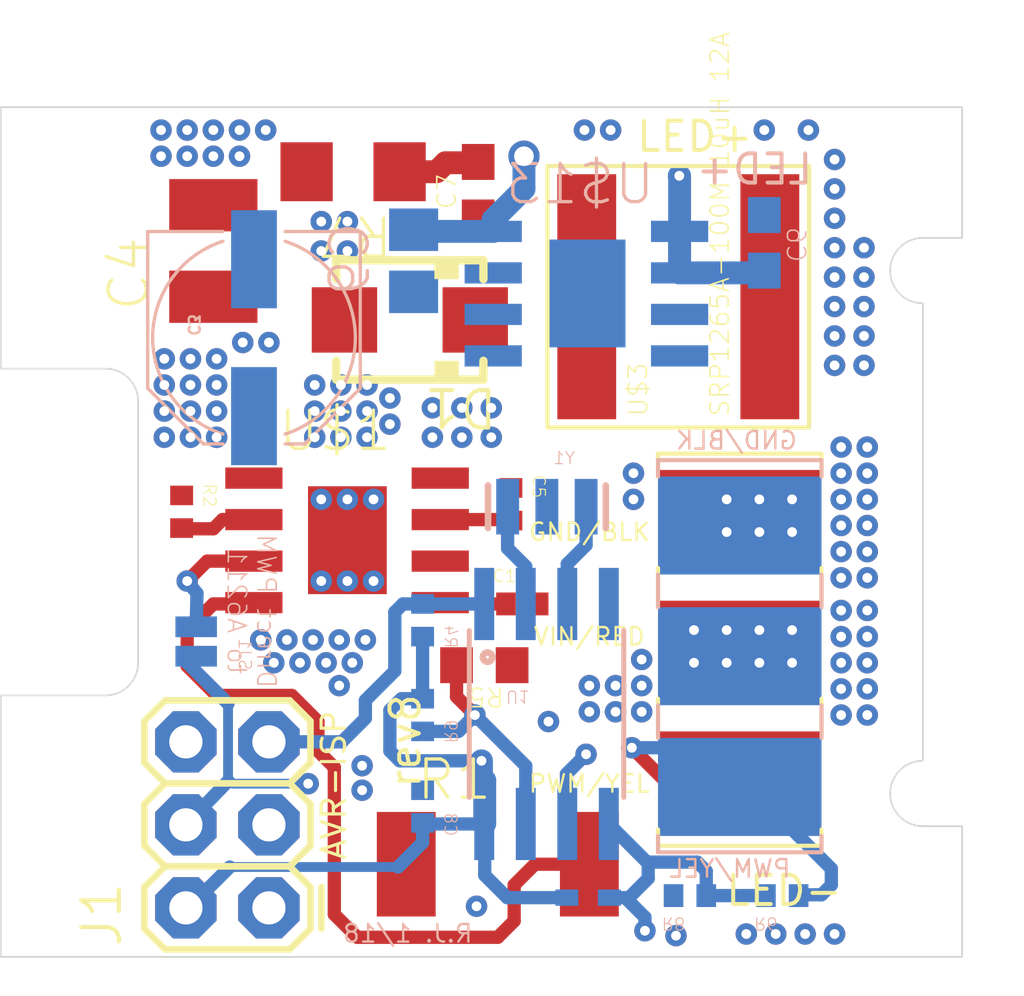
<source format=kicad_pcb>
(kicad_pcb (version 20241229) (generator "pcbnew") (generator_version "9.0")
  (layers (0 "F.Cu" signal) (4 "In1.Cu" signal) (6 "In2.Cu" signal) (2 "B.Cu" signal) (13 "F.Paste" user) (15 "B.Paste" user) (5 "F.SilkS" user "F.Silkscreen") (7 "B.SilkS" user "B.Silkscreen") (1 "F.Mask" user) (3 "B.Mask" user) (25 "Edge.Cuts" user))
  (net 0 "")
  (net 1 "GND")
  (net 2 "N$1")
  (net 3 "VIN")
  (net 4 "LED-PWM")
  (net 5 "N$4")
  (net 6 "N$5")
  (net 7 "LED+")
  (net 8 "LED-")
  (net 9 "SIGNAL")
  (net 10 "VCC")
  (net 11 "RESET")
  (net 12 "N$6")
  (net 13 "N$7")
  (net 14 "TEMP")
  (net 15 "VCC6211")
  (net 16 "SIGNAL_HV")
  (net 17 "N$2")
  (footprint "C1210" (layer "F.Cu") (at 140.3011 96.4036 90)
    (property "Reference" "C4" (at -1.905 -1.905 90) (layer "F.SilkS") (effects (font (size 1.1684 1.1684) (thickness 0.1016)) (justify left bottom)))
    (property "Value" "10uF 100V")
    (pad "1" smd rect (at -1.4 0 90) (size 1.6 2.7) (layers "F.Cu" "F.Mask" "F.Paste") (net 3 "VIN"))
    (pad "2" smd rect (at 1.4 0 90) (size 1.6 2.7) (layers "F.Cu" "F.Mask" "F.Paste") (net 1 "GND"))
  )
  (footprint "R1206" (layer "F.Cu") (at 144.5761 93.9786 180)
    (property "Reference" "R7" (at -1.27 -1.27 180) (layer "F.SilkS") (effects (font (size 1.1684 1.1684) (thickness 0.1016)) (justify left bottom)))
    (property "Value" "NP")
    (pad "1" smd rect (at -1.422 0 180) (size 1.6 1.803) (layers "F.Cu" "F.Mask" "F.Paste") (net 17 "N$2"))
    (pad "2" smd rect (at 1.422 0 180) (size 1.6 1.803) (layers "F.Cu" "F.Mask" "F.Paste") (net 1 "GND"))
  )
  (footprint "INDUCTOR-8040" (layer "F.Cu") (at 154.5211 97.8036)
    (property "Reference" "U$3" (at -0.9 3.7 90) (layer "F.SilkS") (effects (font (size 0.560832 0.560832) (thickness 0.048768)) (justify left bottom)))
    (property "Value" "SRP1265A-100M 10uH 12A" (at 1.6 3.7 90) (layer "F.SilkS") (effects (font (size 0.560832 0.560832) (thickness 0.048768)) (justify left bottom)))
    (fp_line (start -4 -4) (end 4 -4) (stroke (width 0.127)) (layer "F.SilkS"))
    (fp_line (start -4 4) (end -4 -4) (stroke (width 0.127)) (layer "F.SilkS"))
    (fp_line (start 4 -4) (end 4 4) (stroke (width 0.127)) (layer "F.SilkS"))
    (fp_line (start 4 4) (end -4 4) (stroke (width 0.127)) (layer "F.SilkS"))
    (pad "P$1" smd rect (at -2.8 0) (size 1.8 7.5) (layers "F.Cu" "F.Mask" "F.Paste") (net 6 "N$5"))
    (pad "P$2" smd rect (at 2.8 0) (size 1.8 7.5) (layers "F.Cu" "F.Mask" "F.Paste") (net 7 "LED+"))
  )
  (footprint "C0402" (layer "F.Cu") (at 149.4011 104.1536 -90)
    (property "Reference" "C5" (at -0.935 -0.635 270) (layer "F.SilkS") (effects (font (size 0.373888 0.373888) (thickness 0.032512)) (justify left bottom)))
    (property "Value" "0.1uF")
    (pad "1" smd rect (at -0.5 0 270) (size 0.6 0.7) (layers "F.Cu" "F.Mask" "F.Paste") (net 6 "N$5"))
    (pad "2" smd rect (at 0.5 0 270) (size 0.6 0.7) (layers "F.Cu" "F.Mask" "F.Paste") (net 5 "N$4"))
  )
  (footprint "SOIC8N-LJ" (layer "F.Cu") (at 144.4011 105.2536 -90)
    (property "Reference" "U$1" (at -2.662 2.165 0) (layer "F.SilkS") (effects (font (size 1.1684 1.1684) (thickness 0.1016)) (justify left bottom)))
    (property "Value" "A6211")
    (pad "1" smd rect (at -1.9 2.86 270) (size 0.65 1.75) (layers "F.Cu" "F.Mask" "F.Paste") (net 3 "VIN"))
    (pad "2" smd rect (at -0.63 2.86 270) (size 0.65 1.75) (layers "F.Cu" "F.Mask" "F.Paste") (net 2 "N$1"))
    (pad "3" smd rect (at 0.64 2.86 270) (size 0.65 1.75) (layers "F.Cu" "F.Mask" "F.Paste") (net 4 "LED-PWM"))
    (pad "4" smd rect (at 1.91 2.86 270) (size 0.65 1.75) (layers "F.Cu" "F.Mask" "F.Paste") (net 8 "LED-"))
    (pad "5" smd rect (at 1.91 -2.84 270) (size 0.65 1.75) (layers "F.Cu" "F.Mask" "F.Paste") (net 15 "VCC6211"))
    (pad "6" smd rect (at 0.64 -2.84 270) (size 0.65 1.75) (layers "F.Cu" "F.Mask" "F.Paste") (net 1 "GND"))
    (pad "7" smd rect (at -0.63 -2.84 270) (size 0.65 1.75) (layers "F.Cu" "F.Mask" "F.Paste") (net 5 "N$4"))
    (pad "8" smd rect (at -1.9 -2.84 270) (size 0.65 1.75) (layers "F.Cu" "F.Mask" "F.Paste") (net 6 "N$5"))
    (pad "PAD" smd rect (at 0 0 270) (size 3.3 2.41) (layers "F.Cu" "F.Mask" "F.Paste") (net 1 "GND"))
  )
  (footprint "C0603" (layer "F.Cu") (at 148.4011 94.5286 90)
    (property "Reference" "C7" (at -0.635 -0.635 90) (layer "F.SilkS") (effects (font (size 0.560832 0.560832) (thickness 0.048768)) (justify left bottom)))
    (property "Value" "NP")
    (pad "1" smd rect (at -0.85 0 90) (size 1.1 1) (layers "F.Cu" "F.Mask" "F.Paste") (net 6 "N$5"))
    (pad "2" smd rect (at 0.85 0 90) (size 1.1 1) (layers "F.Cu" "F.Mask" "F.Paste") (net 17 "N$2"))
  )
  (footprint "SMA" (layer "F.Cu") (at 146.3111 98.5136 180)
    (property "Reference" "D1" (at -2.75 -2 180) (layer "F.SilkS") (effects (font (size 1.143 1.143) (thickness 0.127)) (justify left bottom)))
    (property "Value" "60V 3A")
    (fp_line (start 2.25 1.825) (end -2.25 1.825) (stroke (width 0.254)) (layer "F.SilkS"))
    (fp_line (start 2.25 -1.825) (end 2.25 -1.25) (stroke (width 0.254)) (layer "F.SilkS"))
    (fp_line (start -2.25 1.825) (end -2.25 1.25) (stroke (width 0.254)) (layer "F.SilkS"))
    (fp_line (start -2.25 -1.825) (end 2.25 -1.825) (stroke (width 0.254)) (layer "F.SilkS"))
    (fp_line (start -2.25 -1.825) (end -2.25 -1.25) (stroke (width 0.254)) (layer "F.SilkS"))
    (fp_arc (start 2.25 1.825) (mid 2.247611 1.5375) (end 2.25 1.25) (stroke (width 0.254)) (layer "F.SilkS"))
    (fp_poly (pts (xy -1.5 1.75) (xy -0.75 1.75) (xy -0.75 1.25) (xy -1.5 1.25)) (fill yes) (layer "F.SilkS"))
    (fp_poly (pts (xy -1.5 -1.25) (xy -0.75 -1.25) (xy -0.75 -1.75) (xy -1.5 -1.75)) (fill yes) (layer "F.SilkS"))
    (pad "A" smd rect (at 2 0 180) (size 2 2) (layers "F.Cu" "F.Mask" "F.Paste") (net 1 "GND"))
    (pad "C" smd rect (at -2 0 180) (size 2 2) (layers "F.Cu" "F.Mask" "F.Paste") (net 6 "N$5"))
  )
  (footprint "R0402" (layer "F.Cu") (at 139.3311 104.3836 -90)
    (property "Reference" "R2" (at -0.889 -0.635 270) (layer "F.SilkS") (effects (font (size 0.373888 0.373888) (thickness 0.032512)) (justify left bottom)))
    (property "Value" "140K")
    (pad "1" smd rect (at -0.5 0 270) (size 0.6 0.7) (layers "F.Cu" "F.Mask" "F.Paste") (net 3 "VIN"))
    (pad "2" smd rect (at 0.5 0 270) (size 0.6 0.7) (layers "F.Cu" "F.Mask" "F.Paste") (net 2 "N$1"))
  )
  (footprint "R0603" (layer "F.Cu") (at 148.5886 109.0786 180)
    (property "Reference" "R5" (at -0.635 -0.635 180) (layer "F.SilkS") (effects (font (size 0.560832 0.560832) (thickness 0.048768)) (justify left bottom)))
    (property "Value" "10K NTC")
    (pad "1" smd rect (at -0.85 0 180) (size 1 1.1) (layers "F.Cu" "F.Mask" "F.Paste") (net 1 "GND"))
    (pad "2" smd rect (at 0.85 0 180) (size 1 1.1) (layers "F.Cu" "F.Mask" "F.Paste") (net 14 "TEMP"))
  )
  (footprint "R2512" (layer "F.Cu") (at 149.0011 115.1686)
    (property "Reference" "R1" (at -2.54 -1.905 0) (layer "F.SilkS") (effects (font (size 1.1684 1.1684) (thickness 0.1016)) (justify left bottom)))
    (property "Value" "0.082 1W")
    (pad "1" smd rect (at -2.8 0) (size 1.8 3.2) (layers "F.Cu" "F.Mask" "F.Paste") (net 1 "GND"))
    (pad "2" smd rect (at 2.8 0) (size 1.8 3.2) (layers "F.Cu" "F.Mask" "F.Paste") (net 8 "LED-"))
  )
  (footprint "2X3" (layer "F.Cu") (at 142.0011 116.5036 90)
    (property "Reference" "J1" (at -1.27 -4.445 90) (layer "F.SilkS") (effects (font (size 1.143 1.143) (thickness 0.127)) (justify left bottom)))
    (property "Value" "AVR_SPI_PRG_6PTH")
    (fp_line (start 5.715 -3.81) (end 6.35 -3.175) (stroke (width 0.2032)) (layer "F.SilkS"))
    (fp_line (start 4.445 -3.81) (end 5.715 -3.81) (stroke (width 0.2032)) (layer "F.SilkS"))
    (fp_line (start 3.175 -3.81) (end 3.81 -3.175) (stroke (width 0.2032)) (layer "F.SilkS"))
    (fp_line (start 1.905 -3.81) (end 3.175 -3.81) (stroke (width 0.2032)) (layer "F.SilkS"))
    (fp_line (start 0.635 -3.81) (end 1.27 -3.175) (stroke (width 0.2032)) (layer "F.SilkS"))
    (fp_line (start -0.635 -3.81) (end 0.635 -3.81) (stroke (width 0.2032)) (layer "F.SilkS"))
    (fp_line (start 6.35 -3.175) (end 6.35 0.635) (stroke (width 0.2032)) (layer "F.SilkS"))
    (fp_line (start 3.81 -3.175) (end 4.445 -3.81) (stroke (width 0.2032)) (layer "F.SilkS"))
    (fp_line (start 3.81 -3.175) (end 3.81 0.635) (stroke (width 0.2032)) (layer "F.SilkS"))
    (fp_line (start 1.27 -3.175) (end 1.905 -3.81) (stroke (width 0.2032)) (layer "F.SilkS"))
    (fp_line (start 1.27 -3.175) (end 1.27 0.635) (stroke (width 0.2032)) (layer "F.SilkS"))
    (fp_line (start -1.27 -3.175) (end -0.635 -3.81) (stroke (width 0.2032)) (layer "F.SilkS"))
    (fp_line (start 3.81 0.635) (end 4.445 1.27) (stroke (width 0.2032)) (layer "F.SilkS"))
    (fp_line (start 1.27 0.635) (end 1.905 1.27) (stroke (width 0.2032)) (layer "F.SilkS"))
    (fp_line (start -1.27 0.635) (end -1.27 -3.175) (stroke (width 0.2032)) (layer "F.SilkS"))
    (fp_line (start -1.27 0.635) (end -0.635 1.27) (stroke (width 0.2032)) (layer "F.SilkS"))
    (fp_line (start 5.715 1.27) (end 6.35 0.635) (stroke (width 0.2032)) (layer "F.SilkS"))
    (fp_line (start 4.445 1.27) (end 5.715 1.27) (stroke (width 0.2032)) (layer "F.SilkS"))
    (fp_line (start 3.175 1.27) (end 3.81 0.635) (stroke (width 0.2032)) (layer "F.SilkS"))
    (fp_line (start 1.905 1.27) (end 3.175 1.27) (stroke (width 0.2032)) (layer "F.SilkS"))
    (fp_line (start 0.635 1.27) (end 1.27 0.635) (stroke (width 0.2032)) (layer "F.SilkS"))
    (fp_line (start -0.635 1.27) (end 0.635 1.27) (stroke (width 0.2032)) (layer "F.SilkS"))
    (fp_line (start 0.635 1.605) (end -0.635 1.605) (stroke (width 0.2032)) (layer "F.SilkS"))
    (pad "1" thru_hole roundrect (at 0 0 90) (size 1.8796 1.8796) (drill 1.016) (layers "*.Cu" "*.Mask") (chamfer_ratio 0.2928932188) (chamfer top_left top_right bottom_left bottom_right) (net 4 "LED-PWM"))
    (pad "2" thru_hole roundrect (at 0 -2.54 90) (size 1.8796 1.8796) (drill 1.016) (layers "*.Cu" "*.Mask") (chamfer_ratio 0.2928932188) (chamfer top_left top_right bottom_left bottom_right) (net 10 "VCC"))
    (pad "3" thru_hole roundrect (at 2.54 0 90) (size 1.8796 1.8796) (drill 1.016) (layers "*.Cu" "*.Mask") (chamfer_ratio 0.2928932188) (chamfer top_left top_right bottom_left bottom_right) (net 14 "TEMP"))
    (pad "4" thru_hole roundrect (at 2.54 -2.54 90) (size 1.8796 1.8796) (drill 1.016) (layers "*.Cu" "*.Mask") (chamfer_ratio 0.2928932188) (chamfer top_left top_right bottom_left bottom_right) (net 9 "SIGNAL"))
    (pad "5" thru_hole roundrect (at 5.08 0 90) (size 1.8796 1.8796) (drill 1.016) (layers "*.Cu" "*.Mask") (chamfer_ratio 0.2928932188) (chamfer top_left top_right bottom_left bottom_right) (net 11 "RESET"))
    (pad "6" thru_hole roundrect (at 5.08 -2.54 90) (size 1.8796 1.8796) (drill 1.016) (layers "*.Cu" "*.Mask") (chamfer_ratio 0.2928932188) (chamfer top_left top_right bottom_left bottom_right) (net 1 "GND"))
  )
  (footprint "C0402" (layer "F.Cu") (at 149.7511 107.2036)
    (property "Reference" "C1" (at -0.935 -0.635 0) (layer "F.SilkS") (effects (font (size 0.373888 0.373888) (thickness 0.032512)) (justify left bottom)))
    (property "Value" "0.1uF")
    (pad "1" smd rect (at -0.5 0) (size 0.6 0.7) (layers "F.Cu" "F.Mask" "F.Paste") (net 15 "VCC6211"))
    (pad "2" smd rect (at 0.5 0) (size 0.6 0.7) (layers "F.Cu" "F.Mask" "F.Paste") (net 1 "GND"))
  )
  (footprint "AVX-9176-3POS" (layer "F.Cu") (at 156.4011 104.6036 -90)
    (property "Reference" "U$11" (hide yes))
    (property "Value" "009176003032006" (hide yes))
    (fp_line (start -2 2.5) (end -1.5 2.5) (stroke (width 0.127)) (layer "F.SilkS"))
    (fp_line (start 1.5 2.5) (end 2.5 2.5) (stroke (width 0.127)) (layer "F.SilkS"))
    (fp_line (start 5.5 2.5) (end 6.5 2.5) (stroke (width 0.127)) (layer "F.SilkS"))
    (fp_line (start 10 2.5) (end 9.5 2.5) (stroke (width 0.127)) (layer "F.SilkS"))
    (fp_line (start -2 -2.5) (end -2 2.5) (stroke (width 0.127)) (layer "F.SilkS"))
    (fp_line (start -1.5 -2.5) (end -2 -2.5) (stroke (width 0.127)) (layer "F.SilkS"))
    (fp_line (start 1.5 -2.5) (end 2.5 -2.5) (stroke (width 0.127)) (layer "F.SilkS"))
    (fp_line (start 5.5 -2.5) (end 6.5 -2.5) (stroke (width 0.127)) (layer "F.SilkS"))
    (fp_line (start 9.5 -2.5) (end 10 -2.5) (stroke (width 0.127)) (layer "F.SilkS"))
    (fp_line (start 10 -2.5) (end 10 2.5) (stroke (width 0.127)) (layer "F.SilkS"))
    (pad "1" smd rect (at 0 0 270) (size 3 5) (layers "F.Cu" "F.Mask" "F.Paste") (net 1 "GND"))
    (pad "2" smd rect (at 4 0 270) (size 3 5) (layers "F.Cu" "F.Mask" "F.Paste") (net 3 "VIN"))
    (pad "3" smd rect (at 8 0 270) (size 3 5) (layers "F.Cu" "F.Mask" "F.Paste") (net 16 "SIGNAL_HV"))
  )
  (footprint "SO08-EIAJ" (layer "B.Cu") (at 150.4911 110.5836)
    (property "Reference" "U1" (at -1.27 -0.762 180) (layer "B.SilkS") (effects (font (size 0.373888 0.373888) (thickness 0.032512)) (justify left bottom mirror)))
    (property "Value" "Tiny45-20-SMT")
    (fp_line (start -2.362 2.5396) (end -2.362 -2.565) (stroke (width 0.1524)) (layer "B.SilkS"))
    (fp_line (start 2.362 -2.565) (end 2.362 2.5396) (stroke (width 0.1524)) (layer "B.SilkS"))
    (fp_circle (center -1.8034 -1.7526) (end -1.6598 -1.7526) (stroke (width 0.2032)) (fill no) (layer "B.SilkS"))
    (pad "1" smd rect (at -1.905 -3.3782) (size 0.6096 2.2098) (layers "B.Cu" "B.Mask" "B.Paste") (net 11 "RESET"))
    (pad "2" smd rect (at -0.635 -3.3782) (size 0.6096 2.2098) (layers "B.Cu" "B.Mask" "B.Paste") (net 13 "N$7"))
    (pad "3" smd rect (at 0.635 -3.3782) (size 0.6096 2.2098) (layers "B.Cu" "B.Mask" "B.Paste") (net 12 "N$6"))
    (pad "4" smd rect (at 1.905 -3.3782) (size 0.6096 2.2098) (layers "B.Cu" "B.Mask" "B.Paste") (net 1 "GND"))
    (pad "5" smd rect (at 1.905 3.3528) (size 0.6096 2.2098) (layers "B.Cu" "B.Mask" "B.Paste") (net 9 "SIGNAL"))
    (pad "6" smd rect (at 0.635 3.3528) (size 0.6096 2.2098) (layers "B.Cu" "B.Mask" "B.Paste") (net 4 "LED-PWM"))
    (pad "7" smd rect (at -0.635 3.3528) (size 0.6096 2.2098) (layers "B.Cu" "B.Mask" "B.Paste") (net 14 "TEMP"))
    (pad "8" smd rect (at -1.905 3.3528) (size 0.6096 2.2098) (layers "B.Cu" "B.Mask" "B.Paste") (net 10 "VCC"))
  )
  (footprint "C0805" (layer "B.Cu") (at 146.4261 96.7036 -90)
    (property "Reference" "C9" (at -1.27 1.27 90) (layer "B.SilkS") (effects (font (size 1.1684 1.1684) (thickness 0.1016)) (justify left bottom mirror)))
    (property "Value" "0.18uF 50V")
    (pad "1" smd rect (at -0.95 0 270) (size 1.3 1.5) (layers "B.Cu" "B.Mask" "B.Paste") (net 3 "VIN"))
    (pad "2" smd rect (at 0.95 0 270) (size 1.3 1.5) (layers "B.Cu" "B.Mask" "B.Paste") (net 1 "GND"))
  )
  (footprint "PAD-JUMPER-2-NO_NO_SILK" (layer "B.Cu") (at 139.7761 108.3536 90)
    (property "Reference" "SJ1" (at -0.908 1.27 270) (layer "B.SilkS") (effects (font (size 0.373888 0.373888) (thickness 0.032512)) (justify left bottom mirror)))
    (property "Value" "JUMPER-PAD-2-NO")
    (pad "1" smd rect (at -0.45 0 90) (size 0.635 1.27) (layers "B.Cu" "B.Mask") (net 9 "SIGNAL"))
    (pad "2" smd rect (at 0.45 0 90) (size 0.635 1.27) (layers "B.Cu" "B.Mask") (net 4 "LED-PWM"))
  )
  (footprint "AVX-9176-3POS" (layer "B.Cu") (at 156.4011 104.8036 -90)
    (property "Reference" "U$12" (hide yes))
    (property "Value" "009176003032006" (hide yes))
    (fp_line (start -2 2.5) (end -2 -2.5) (stroke (width 0.127)) (layer "B.SilkS"))
    (fp_line (start -1.5 2.5) (end -2 2.5) (stroke (width 0.127)) (layer "B.SilkS"))
    (fp_line (start 1.5 2.5) (end 2.5 2.5) (stroke (width 0.127)) (layer "B.SilkS"))
    (fp_line (start 5.5 2.5) (end 6.5 2.5) (stroke (width 0.127)) (layer "B.SilkS"))
    (fp_line (start 9.5 2.5) (end 10 2.5) (stroke (width 0.127)) (layer "B.SilkS"))
    (fp_line (start 10 2.5) (end 10 -2.5) (stroke (width 0.127)) (layer "B.SilkS"))
    (fp_line (start -2 -2.5) (end -1.5 -2.5) (stroke (width 0.127)) (layer "B.SilkS"))
    (fp_line (start 1.5 -2.5) (end 2.5 -2.5) (stroke (width 0.127)) (layer "B.SilkS"))
    (fp_line (start 5.5 -2.5) (end 6.5 -2.5) (stroke (width 0.127)) (layer "B.SilkS"))
    (fp_line (start 10 -2.5) (end 9.5 -2.5) (stroke (width 0.127)) (layer "B.SilkS"))
    (pad "1" smd rect (at 0 0 270) (size 3 5) (layers "B.Cu" "B.Mask" "B.Paste") (net 1 "GND"))
    (pad "2" smd rect (at 4 0 270) (size 3 5) (layers "B.Cu" "B.Mask" "B.Paste") (net 3 "VIN"))
    (pad "3" smd rect (at 8 0 270) (size 3 5) (layers "B.Cu" "B.Mask" "B.Paste") (net 16 "SIGNAL_HV"))
  )
  (footprint "SOD523" (layer "B.Cu") (at 151.7136 116.1911)
    (property "Reference" "D2" (hide yes))
    (property "Value" "BAT54")
    (pad "A" smd rect (at 0.7 0) (size 0.7 0.5) (layers "B.Cu" "B.Mask" "B.Paste") (net 9 "SIGNAL"))
    (pad "C" smd rect (at -0.6 0) (size 0.7 0.5) (layers "B.Cu" "B.Mask" "B.Paste") (net 10 "VCC"))
  )
  (footprint "RESONATOR-SMD" (layer "B.Cu") (at 150.50235 104.2286 180)
    (property "Reference" "Y1" (at -0.889 1.27 0) (layer "B.SilkS") (effects (font (size 0.373888 0.373888) (thickness 0.032512)) (justify left bottom mirror)))
    (property "Value" "8Mhz")
    (fp_line (start 1.8 0.65) (end 1.8 -0.65) (stroke (width 0.2032)) (layer "B.SilkS"))
    (fp_line (start -1.8 -0.65) (end -1.8 0.65) (stroke (width 0.2032)) (layer "B.SilkS"))
    (pad "1" smd rect (at -1.2 0 180) (size 0.7 1.7) (layers "B.Cu" "B.Mask" "B.Paste") (net 12 "N$6"))
    (pad "2" smd rect (at 0 0 180) (size 0.7 1.7) (layers "B.Cu" "B.Mask" "B.Paste") (net 1 "GND"))
    (pad "3" smd rect (at 1.2 0 180) (size 0.7 1.7) (layers "B.Cu" "B.Mask" "B.Paste") (net 13 "N$7"))
  )
  (footprint "R0402" (layer "B.Cu") (at 157.7011 116.1286)
    (property "Reference" "R6" (at -0.889 0.635 180) (layer "B.SilkS") (effects (font (size 0.373888 0.373888) (thickness 0.032512)) (justify left bottom mirror)))
    (property "Value" "15K 1/5W")
    (pad "1" smd rect (at -0.5 0) (size 0.6 0.7) (layers "B.Cu" "B.Mask" "B.Paste") (net 9 "SIGNAL"))
    (pad "2" smd rect (at 0.5 0) (size 0.6 0.7) (layers "B.Cu" "B.Mask" "B.Paste") (net 16 "SIGNAL_HV"))
  )
  (footprint "C0402" (layer "B.Cu") (at 146.7011 113.4036 90)
    (property "Reference" "C8" (at -0.935 0.635 270) (layer "B.SilkS") (effects (font (size 0.373888 0.373888) (thickness 0.032512)) (justify left bottom mirror)))
    (property "Value" "0.1uF")
    (pad "1" smd rect (at -0.5 0 90) (size 0.6 0.7) (layers "B.Cu" "B.Mask" "B.Paste") (net 10 "VCC"))
    (pad "2" smd rect (at 0.5 0 90) (size 0.6 0.7) (layers "B.Cu" "B.Mask" "B.Paste") (net 1 "GND"))
  )
  (footprint "C0603" (layer "B.Cu") (at 157.1511 96.1536 90)
    (property "Reference" "C6" (at -0.635 0.635 270) (layer "B.SilkS") (effects (font (size 0.560832 0.560832) (thickness 0.048768)) (justify left bottom mirror)))
    (property "Value" "10uF")
    (pad "1" smd rect (at -0.85 0 90) (size 1.1 1) (layers "B.Cu" "B.Mask" "B.Paste") (net 10 "VCC"))
    (pad "2" smd rect (at 0.85 0 90) (size 1.1 1) (layers "B.Cu" "B.Mask" "B.Paste") (net 1 "GND"))
  )
  (footprint "R0402" (layer "B.Cu") (at 146.7011 110.6036 90)
    (property "Reference" "R9" (at -0.889 0.635 270) (layer "B.SilkS") (effects (font (size 0.373888 0.373888) (thickness 0.032512)) (justify left bottom mirror)))
    (property "Value" "3.3K 1%")
    (pad "1" smd rect (at -0.5 0 90) (size 0.6 0.7) (layers "B.Cu" "B.Mask" "B.Paste") (net 14 "TEMP"))
    (pad "2" smd rect (at 0.5 0 90) (size 0.6 0.7) (layers "B.Cu" "B.Mask" "B.Paste") (net 10 "VCC"))
  )
  (footprint "SOIC8N-LJ" (layer "B.Cu") (at 151.7011 97.7036 -90)
    (property "Reference" "U$13" (at -2.662 -2.165 0) (layer "B.SilkS") (effects (font (size 1.1684 1.1684) (thickness 0.1016)) (justify left bottom mirror)))
    (property "Value" "RT9068-3.3V")
    (pad "1" smd rect (at -1.9 -2.86 270) (size 0.65 1.75) (layers "B.Cu" "B.Mask" "B.Paste") (net 10 "VCC"))
    (pad "2" smd rect (at -0.63 -2.86 270) (size 0.65 1.75) (layers "B.Cu" "B.Mask" "B.Paste") (net 10 "VCC"))
    (pad "3" smd rect (at 0.64 -2.86 270) (size 0.65 1.75) (layers "B.Cu" "B.Mask" "B.Paste"))
    (pad "4" smd rect (at 1.91 -2.86 270) (size 0.65 1.75) (layers "B.Cu" "B.Mask" "B.Paste"))
    (pad "5" smd rect (at 1.91 2.84 270) (size 0.65 1.75) (layers "B.Cu" "B.Mask" "B.Paste") (net 1 "GND"))
    (pad "6" smd rect (at 0.64 2.84 270) (size 0.65 1.75) (layers "B.Cu" "B.Mask" "B.Paste") (net 1 "GND"))
    (pad "7" smd rect (at -0.63 2.84 270) (size 0.65 1.75) (layers "B.Cu" "B.Mask" "B.Paste") (net 1 "GND"))
    (pad "8" smd rect (at -1.9 2.84 270) (size 0.65 1.75) (layers "B.Cu" "B.Mask" "B.Paste") (net 3 "VIN"))
    (pad "PAD" smd rect (at 0 0 270) (size 3.3 2.41) (layers "B.Cu" "B.Mask" "B.Paste") (net 1 "GND"))
  )
  (footprint "R0402" (layer "B.Cu") (at 154.8761 116.1286)
    (property "Reference" "R8" (at -0.889 0.635 180) (layer "B.SilkS") (effects (font (size 0.373888 0.373888) (thickness 0.032512)) (justify left bottom mirror)))
    (property "Value" "300K")
    (pad "1" smd rect (at -0.5 0) (size 0.6 0.7) (layers "B.Cu" "B.Mask" "B.Paste") (net 1 "GND"))
    (pad "2" smd rect (at 0.5 0) (size 0.6 0.7) (layers "B.Cu" "B.Mask" "B.Paste") (net 9 "SIGNAL"))
  )
  (footprint "PANASONIC_D" (layer "B.Cu") (at 141.544428 99.056588 -90)
    (property "Reference" "C3" (at -0.762 1.651 270) (layer "B.SilkS") (effects (font (size 0.331622 0.331622) (thickness 0.074778)) (justify right top mirror)))
    (property "Value" "100uF 63V")
    (fp_line (start -3.25 3.25) (end 1.55 3.25) (stroke (width 0.1016)) (layer "B.SilkS"))
    (fp_line (start 1.55 3.25) (end 3.25 1.55) (stroke (width 0.1016)) (layer "B.SilkS"))
    (fp_line (start 3.25 1.55) (end 3.25 0.95) (stroke (width 0.1016)) (layer "B.SilkS"))
    (fp_line (start -3.25 0.95) (end -3.25 3.25) (stroke (width 0.1016)) (layer "B.SilkS"))
    (fp_line (start 3.25 -0.95) (end 3.25 -1.55) (stroke (width 0.1016)) (layer "B.SilkS"))
    (fp_line (start 3.25 -1.55) (end 1.55 -3.25) (stroke (width 0.1016)) (layer "B.SilkS"))
    (fp_line (start -3.25 -3.25) (end -3.25 -0.95) (stroke (width 0.1016)) (layer "B.SilkS"))
    (fp_line (start 1.55 -3.25) (end -3.25 -3.25) (stroke (width 0.1016)) (layer "B.SilkS"))
    (fp_arc (start 2.95 0.95) (mid 0 3.099193) (end -2.95 0.95) (stroke (width 0.1016)) (layer "B.SilkS"))
    (fp_arc (start -2.95 -0.95) (mid 0 -3.099193) (end 2.95 -0.95) (stroke (width 0.1016)) (layer "B.SilkS"))
    (pad "+" smd rect (at 2.4 0 270) (size 3 1.4) (layers "B.Cu" "B.Mask" "B.Paste") (net 3 "VIN"))
    (pad "-" smd rect (at -2.4 0 270) (size 3 1.4) (layers "B.Cu" "B.Mask" "B.Paste") (net 1 "GND"))
  )
  (footprint "R0402" (layer "B.Cu") (at 146.7011 107.7036 90)
    (property "Reference" "R4" (at -0.889 0.635 270) (layer "B.SilkS") (effects (font (size 0.373888 0.373888) (thickness 0.032512)) (justify left bottom mirror)))
    (property "Value" "10K")
    (pad "1" smd rect (at -0.5 0 90) (size 0.6 0.7) (layers "B.Cu" "B.Mask" "B.Paste") (net 10 "VCC"))
    (pad "2" smd rect (at 0.5 0 90) (size 0.6 0.7) (layers "B.Cu" "B.Mask" "B.Paste") (net 11 "RESET"))
  )
  (gr_line (start 137.0011 110.0036) (end 133.8011 110.0036) (stroke (width 0.05)) (layer "Edge.Cuts"))
  (gr_arc (start 162.0011 114.0036) (mid 161.0011 113.0036) (end 162.0011 112.0036) (stroke (width 0.05)) (layer "Edge.Cuts"))
  (gr_line (start 162.0011 96.0036) (end 163.2011 96.0036) (stroke (width 0.05)) (layer "Edge.Cuts"))
  (gr_arc (start 137.0011 100.0036) (mid 137.708207 100.296493) (end 138.0011 101.0036) (stroke (width 0.05)) (layer "Edge.Cuts"))
  (gr_line (start 133.8011 110.0036) (end 133.8011 118.0036) (stroke (width 0.05)) (layer "Edge.Cuts"))
  (gr_line (start 133.8011 118.0036) (end 163.2011 118.0036) (stroke (width 0.05)) (layer "Edge.Cuts"))
  (gr_line (start 163.2011 96.0036) (end 163.2011 92.0036) (stroke (width 0.05)) (layer "Edge.Cuts"))
  (gr_arc (start 162.0011 98.0036) (mid 161.0011 97.0036) (end 162.0011 96.0036) (stroke (width 0.05)) (layer "Edge.Cuts"))
  (gr_line (start 162.0011 112.0036) (end 162.0011 98.0036) (stroke (width 0.05)) (layer "Edge.Cuts"))
  (gr_line (start 163.2011 92.0036) (end 133.8011 92.0036) (stroke (width 0.05)) (layer "Edge.Cuts"))
  (gr_line (start 133.8011 100.0036) (end 137.0011 100.0036) (stroke (width 0.05)) (layer "Edge.Cuts"))
  (gr_line (start 138.0011 101.0036) (end 138.0011 109.0036) (stroke (width 0.05)) (layer "Edge.Cuts"))
  (gr_line (start 163.2011 118.0036) (end 163.2011 114.0036) (stroke (width 0.05)) (layer "Edge.Cuts"))
  (gr_arc (start 138.0011 109.0036) (mid 137.708207 109.710707) (end 137.0011 110.0036) (stroke (width 0.05)) (layer "Edge.Cuts"))
  (gr_line (start 163.2011 114.0036) (end 162.0011 114.0036) (stroke (width 0.05)) (layer "Edge.Cuts"))
  (gr_line (start 133.8011 92.0036) (end 133.8011 100.0036) (stroke (width 0.05)) (layer "Edge.Cuts"))
  (gr_text "VIN/RED" (at 151.8011 108.2036 0) (layer "F.SilkS") (effects (font (size 0.536448 0.536448) (thickness 0.073152))))
  (gr_text "rev8" (at 145.6511 112.9036 90) (layer "F.SilkS") (effects (font (size 0.89408 0.89408) (thickness 0.12192)) (justify left top)))
  (gr_text "PWM/YEL" (at 151.8011 112.7036 0) (layer "F.SilkS") (effects (font (size 0.536448 0.536448) (thickness 0.073152))))
  (gr_text "LED-" (at 159.6011 115.9786 0) (layer "F.SilkS") (effects (font (size 0.89408 0.89408) (thickness 0.12192)) (justify right)))
  (gr_text "AVR-ISP" (at 144.4036 115.0886 90) (layer "F.SilkS") (effects (font (size 0.715264 0.715264) (thickness 0.097536)) (justify left bottom)))
  (gr_text "GND/BLK" (at 151.8011 105.0036 0) (layer "F.SilkS") (effects (font (size 0.536448 0.536448) (thickness 0.073152))))
  (gr_text "LED+" (at 153.180411 92.9036 0) (layer "F.SilkS") (effects (font (size 0.89408 0.89408) (thickness 0.12192)) (justify left)))
  (gr_text "LED+" (at 155.0011 93.9036 0) (layer "B.SilkS") (effects (font (size 0.89408 0.89408) (thickness 0.12192)) (justify right mirror)))
  (gr_text "GND/BLK" (at 156.3011 102.2036 -0) (layer "B.SilkS") (effects (font (size 0.536448 0.536448) (thickness 0.073152)) (justify mirror)))
  (gr_text "PWM/YEL" (at 156.1011 115.3036 -0) (layer "B.SilkS") (effects (font (size 0.536448 0.536448) (thickness 0.073152)) (justify mirror)))
  (gr_text "Direct PWM\nto A6211" (at 141.46735 107.4236 -90) (layer "B.SilkS") (effects (font (size 0.560832 0.560832) (thickness 0.048768)) (justify mirror)))
  (gr_text "R.J. 1/18" (at 148.2761 117.6036 -0) (layer "B.SilkS") (effects (font (size 0.536448 0.536448) (thickness 0.073152)) (justify left bottom mirror)))
  (via (at 144.2011 100.5036) (size 0.6556) (drill 0.3) (layers "F.Cu" "B.Cu") (net 1))
  (via (at 144.4011 96.4036) (size 0.6556) (drill 0.3) (layers "F.Cu" "B.Cu") (net 1))
  (via (at 145.0011 100.5036) (size 0.6556) (drill 0.3) (layers "F.Cu" "B.Cu") (net 1))
  (via (at 143.6011 96.4036) (size 0.6556) (drill 0.3) (layers "F.Cu" "B.Cu") (net 1))
  (via (at 140.3011 93.5036) (size 0.6556) (drill 0.3) (layers "F.Cu" "B.Cu") (net 1))
  (via (at 157.0011 104.0036) (size 0.6556) (drill 0.3) (layers "F.Cu" "B.Cu") (net 1))
  (via (at 158.0011 104.0036) (size 0.6556) (drill 0.3) (layers "F.Cu" "B.Cu") (net 1))
  (via (at 145.0011 101.3036) (size 0.6556) (drill 0.3) (layers "F.Cu" "B.Cu") (net 1))
  (via (at 144.9511 108.3036) (size 0.6556) (drill 0.3) (layers "F.Cu" "B.Cu") (net 1))
  (via (at 143.6011 95.5036) (size 0.6556) (drill 0.3) (layers "F.Cu" "B.Cu") (net 1))
  (via (at 144.8511 112.9036) (size 0.6556) (drill 0.3) (layers "F.Cu" "B.Cu") (net 1))
  (via (at 159.5011 104.0036) (size 0.6556) (drill 0.3) (layers "F.Cu" "B.Cu") (net 1))
  (via (at 145.2011 106.5036) (size 0.6556) (drill 0.3) (layers "F.Cu" "B.Cu") (net 1))
  (via (at 153.1511 103.2036) (size 0.6556) (drill 0.3) (layers "F.Cu" "B.Cu") (net 1))
  (via (at 160.3011 105.6036) (size 0.6556) (drill 0.3) (layers "F.Cu" "B.Cu") (net 1))
  (via (at 139.5011 93.5036) (size 0.6556) (drill 0.3) (layers "F.Cu" "B.Cu") (net 1))
  (via (at 159.5011 105.6036) (size 0.6556) (drill 0.3) (layers "F.Cu" "B.Cu") (net 1))
  (via (at 141.9011 92.7036) (size 0.6556) (drill 0.3) (layers "F.Cu" "B.Cu") (net 1))
  (via (at 144.2011 102.1036) (size 0.6556) (drill 0.3) (layers "F.Cu" "B.Cu") (net 1))
  (via (at 160.3011 103.2036) (size 0.6556) (drill 0.3) (layers "F.Cu" "B.Cu") (net 1))
  (via (at 153.1511 104.0036) (size 0.6556) (drill 0.3) (layers "F.Cu" "B.Cu") (net 1))
  (via (at 156.0011 104.0036) (size 0.6556) (drill 0.3) (layers "F.Cu" "B.Cu") (net 1))
  (via (at 142.5511 108.3036) (size 0.6556) (drill 0.3) (layers "F.Cu" "B.Cu") (net 1))
  (via (at 145.0011 102.1036) (size 0.6556) (drill 0.3) (layers "F.Cu" "B.Cu") (net 1))
  (via (at 144.5511 109.0036) (size 0.6556) (drill 0.3) (layers "F.Cu" "B.Cu") (net 1))
  (via (at 144.4011 106.5036) (size 0.6556) (drill 0.3) (layers "F.Cu" "B.Cu") (net 1))
  (via (at 160.3011 106.4036) (size 0.6556) (drill 0.3) (layers "F.Cu" "B.Cu") (net 1))
  (via (at 141.7511 108.3036) (size 0.6556) (drill 0.3) (layers "F.Cu" "B.Cu") (net 1))
  (via (at 144.2011 101.3036) (size 0.6556) (drill 0.3) (layers "F.Cu" "B.Cu") (net 1))
  (via (at 156.0011 105.0036) (size 0.6556) (drill 0.3) (layers "F.Cu" "B.Cu") (net 1))
  (via (at 138.7011 93.5036) (size 0.6556) (drill 0.3) (layers "F.Cu" "B.Cu") (net 1))
  (via (at 143.6011 104.0036) (size 0.6556) (drill 0.3) (layers "F.Cu" "B.Cu") (net 1))
  (via (at 159.5011 103.2036) (size 0.6556) (drill 0.3) (layers "F.Cu" "B.Cu") (net 1))
  (via (at 154.4511 117.3536) (size 0.6556) (drill 0.3) (layers "F.Cu" "B.Cu") (net 1))
  (via (at 142.1511 109.0036) (size 0.6556) (drill 0.3) (layers "F.Cu" "B.Cu") (net 1))
  (via (at 138.7011 92.7036) (size 0.6556) (drill 0.3) (layers "F.Cu" "B.Cu") (net 1))
  (via (at 143.3511 108.3036) (size 0.6556) (drill 0.3) (layers "F.Cu" "B.Cu") (net 1))
  (via (at 145.7011 101.7036) (size 0.6556) (drill 0.3) (layers "F.Cu" "B.Cu") (net 1))
  (via (at 157.0011 105.0036) (size 0.6556) (drill 0.3) (layers "F.Cu" "B.Cu") (net 1))
  (via (at 144.1511 109.7036) (size 0.6556) (drill 0.3) (layers "F.Cu" "B.Cu") (net 1))
  (via (at 143.4011 101.3036) (size 0.6556) (drill 0.3) (layers "F.Cu" "B.Cu") (net 1))
  (via (at 159.5011 104.8036) (size 0.6556) (drill 0.3) (layers "F.Cu" "B.Cu") (net 1))
  (via (at 160.3011 104.8036) (size 0.6556) (drill 0.3) (layers "F.Cu" "B.Cu") (net 1))
  (via (at 159.5011 102.4036) (size 0.6556) (drill 0.3) (layers "F.Cu" "B.Cu") (net 1))
  (via (at 151.6511 92.7036) (size 0.6556) (drill 0.3) (layers "F.Cu" "B.Cu") (net 1))
  (via (at 144.8511 112.1536) (size 0.6556) (drill 0.3) (layers "F.Cu" "B.Cu") (net 1))
  (via (at 157.1511 92.7036) (size 0.6556) (drill 0.3) (layers "F.Cu" "B.Cu") (net 1))
  (via (at 152.4511 92.7036) (size 0.6556) (drill 0.3) (layers "F.Cu" "B.Cu") (net 1))
  (via (at 145.2011 104.0036) (size 0.6556) (drill 0.3) (layers "F.Cu" "B.Cu") (net 1))
  (via (at 144.4011 104.0036) (size 0.6556) (drill 0.3) (layers "F.Cu" "B.Cu") (net 1))
  (via (at 142.9511 109.0036) (size 0.6556) (drill 0.3) (layers "F.Cu" "B.Cu") (net 1))
  (via (at 148.3511 116.4536) (size 0.6556) (drill 0.3) (layers "F.Cu" "B.Cu") (net 1))
  (via (at 140.3011 92.7036) (size 0.6556) (drill 0.3) (layers "F.Cu" "B.Cu") (net 1))
  (via (at 159.5011 106.4036) (size 0.6556) (drill 0.3) (layers "F.Cu" "B.Cu") (net 1))
  (via (at 143.4011 100.5036) (size 0.6556) (drill 0.3) (layers "F.Cu" "B.Cu") (net 1))
  (via (at 158.0011 105.0036) (size 0.6556) (drill 0.3) (layers "F.Cu" "B.Cu") (net 1))
  (via (at 143.4011 102.1036) (size 0.6556) (drill 0.3) (layers "F.Cu" "B.Cu") (net 1))
  (via (at 141.1011 92.7036) (size 0.6556) (drill 0.3) (layers "F.Cu" "B.Cu") (net 1))
  (via (at 143.7511 109.0036) (size 0.6556) (drill 0.3) (layers "F.Cu" "B.Cu") (net 1))
  (via (at 139.5011 92.7036) (size 0.6556) (drill 0.3) (layers "F.Cu" "B.Cu") (net 1))
  (via (at 150.5511 110.8036) (size 0.6556) (drill 0.3) (layers "F.Cu" "B.Cu") (net 1))
  (via (at 143.6011 106.5036) (size 0.6556) (drill 0.3) (layers "F.Cu" "B.Cu") (net 1))
  (via (at 145.7011 100.9036) (size 0.6556) (drill 0.3) (layers "F.Cu" "B.Cu") (net 1))
  (via (at 144.4011 95.5036) (size 0.6556) (drill 0.3) (layers "F.Cu" "B.Cu") (net 1))
  (via (at 160.3011 104.0036) (size 0.6556) (drill 0.3) (layers "F.Cu" "B.Cu") (net 1))
  (via (at 160.3011 102.4036) (size 0.6556) (drill 0.3) (layers "F.Cu" "B.Cu") (net 1))
  (via (at 141.1011 93.5036) (size 0.6556) (drill 0.3) (layers "F.Cu" "B.Cu") (net 1))
  (via (at 144.1511 108.3036) (size 0.6556) (drill 0.3) (layers "F.Cu" "B.Cu") (net 1))
  (segment (start 140.5811 104.6236) (end 140.3011 104.9036) (width 0.4064) (layer "F.Cu") (net 2))
  (segment (start 141.5411 104.6236) (end 140.5811 104.6236) (width 0.4064) (layer "F.Cu") (net 2))
  (segment (start 139.4611 104.9036) (end 139.3311 104.8836) (width 0.4064) (layer "F.Cu") (net 2))
  (segment (start 140.3011 104.9036) (end 139.4611 104.9036) (width 0.4064) (layer "F.Cu") (net 2))
  (via (at 139.6011 99.7036) (size 0.6556) (drill 0.3) (layers "F.Cu" "B.Cu") (net 3))
  (via (at 160.3011 110.6036) (size 0.6556) (drill 0.3) (layers "F.Cu" "B.Cu") (net 3))
  (via (at 139.6011 101.3036) (size 0.6556) (drill 0.3) (layers "F.Cu" "B.Cu") (net 3))
  (via (at 138.8011 102.1036) (size 0.6556) (drill 0.3) (layers "F.Cu" "B.Cu") (net 3))
  (via (at 159.5011 107.4036) (size 0.6556) (drill 0.3) (layers "F.Cu" "B.Cu") (net 3))
  (via (at 153.4011 109.7036) (size 0.6556) (drill 0.3) (layers "F.Cu" "B.Cu") (net 3))
  (via (at 140.4011 101.3036) (size 0.6556) (drill 0.3) (layers "F.Cu" "B.Cu") (net 3))
  (via (at 151.8011 110.5036) (size 0.6556) (drill 0.3) (layers "F.Cu" "B.Cu") (net 3))
  (via (at 151.8011 109.7036) (size 0.6556) (drill 0.3) (layers "F.Cu" "B.Cu") (net 3))
  (via (at 159.5011 110.6036) (size 0.6556) (drill 0.3) (layers "F.Cu" "B.Cu") (net 3))
  (via (at 138.8011 101.3036) (size 0.6556) (drill 0.3) (layers "F.Cu" "B.Cu") (net 3))
  (via (at 149.8011 93.5036) (size 0.9556) (drill 0.6) (layers "F.Cu" "B.Cu") (net 3))
  (via (at 140.4011 100.5036) (size 0.6556) (drill 0.3) (layers "F.Cu" "B.Cu") (net 3))
  (via (at 158.0011 108.0036) (size 0.6556) (drill 0.3) (layers "F.Cu" "B.Cu") (net 3))
  (via (at 160.3011 109.0036) (size 0.6556) (drill 0.3) (layers "F.Cu" "B.Cu") (net 3))
  (via (at 153.4011 108.9036) (size 0.6556) (drill 0.3) (layers "F.Cu" "B.Cu") (net 3))
  (via (at 157.0011 108.0036) (size 0.6556) (drill 0.3) (layers "F.Cu" "B.Cu") (net 3))
  (via (at 159.5011 108.2036) (size 0.6556) (drill 0.3) (layers "F.Cu" "B.Cu") (net 3))
  (via (at 160.3011 108.2036) (size 0.6556) (drill 0.3) (layers "F.Cu" "B.Cu") (net 3))
  (via (at 155.0011 109.0036) (size 0.6556) (drill 0.3) (layers "F.Cu" "B.Cu") (net 3))
  (via (at 138.8011 100.5036) (size 0.6556) (drill 0.3) (layers "F.Cu" "B.Cu") (net 3))
  (via (at 139.6011 102.1036) (size 0.6556) (drill 0.3) (layers "F.Cu" "B.Cu") (net 3))
  (via (at 155.0011 108.0036) (size 0.6556) (drill 0.3) (layers "F.Cu" "B.Cu") (net 3))
  (via (at 157.0011 109.0036) (size 0.6556) (drill 0.3) (layers "F.Cu" "B.Cu") (net 3))
  (via (at 140.4011 99.7036) (size 0.6556) (drill 0.3) (layers "F.Cu" "B.Cu") (net 3))
  (via (at 142.0011 99.2036) (size 0.6556) (drill 0.3) (layers "F.Cu" "B.Cu") (net 3))
  (via (at 159.5011 109.0036) (size 0.6556) (drill 0.3) (layers "F.Cu" "B.Cu") (net 3))
  (via (at 152.6011 110.5036) (size 0.6556) (drill 0.3) (layers "F.Cu" "B.Cu") (net 3))
  (via (at 160.3011 107.4036) (size 0.6556) (drill 0.3) (layers "F.Cu" "B.Cu") (net 3))
  (via (at 139.6011 100.5036) (size 0.6556) (drill 0.3) (layers "F.Cu" "B.Cu") (net 3))
  (via (at 138.8011 99.7036) (size 0.6556) (drill 0.3) (layers "F.Cu" "B.Cu") (net 3))
  (via (at 160.3011 109.8036) (size 0.6556) (drill 0.3) (layers "F.Cu" "B.Cu") (net 3))
  (via (at 141.2011 99.2036) (size 0.6556) (drill 0.3) (layers "F.Cu" "B.Cu") (net 3))
  (via (at 158.0011 109.0036) (size 0.6556) (drill 0.3) (layers "F.Cu" "B.Cu") (net 3))
  (via (at 156.0011 108.0036) (size 0.6556) (drill 0.3) (layers "F.Cu" "B.Cu") (net 3))
  (via (at 152.6011 109.7036) (size 0.6556) (drill 0.3) (layers "F.Cu" "B.Cu") (net 3))
  (via (at 156.0011 109.0036) (size 0.6556) (drill 0.3) (layers "F.Cu" "B.Cu") (net 3))
  (via (at 159.5011 109.8036) (size 0.6556) (drill 0.3) (layers "F.Cu" "B.Cu") (net 3))
  (via (at 153.4011 110.5036) (size 0.6556) (drill 0.3) (layers "F.Cu" "B.Cu") (net 3))
  (via (at 140.4011 102.1036) (size 0.6556) (drill 0.3) (layers "F.Cu" "B.Cu") (net 3))
  (segment (start 148.8611 95.4436) (end 149.8011 94.5036) (width 0.7) (layer "B.Cu") (net 3))
  (segment (start 148.8611 95.8036) (end 148.8611 95.4436) (width 0.7) (layer "B.Cu") (net 3))
  (segment (start 146.5761 95.8036) (end 146.4261 95.7536) (width 0.7) (layer "B.Cu") (net 3))
  (segment (start 149.8011 94.5036) (end 149.8011 93.5036) (width 0.7) (layer "B.Cu") (net 3))
  (segment (start 148.8611 95.8036) (end 146.5761 95.8036) (width 0.7) (layer "B.Cu") (net 3))
  (segment (start 149.8011 93.4036) (end 149.8011 93.5036) (width 0.7) (layer "B.Cu") (net 3))
  (segment (start 141.5411 105.8936) (end 140.1111 105.8936) (width 0.4064) (layer "F.Cu") (net 4))
  (segment (start 140.1111 105.8936) (end 139.5011 106.5036) (width 0.4064) (layer "F.Cu") (net 4))
  (via (at 151.7011 111.8036) (size 0.6556) (drill 0.3) (layers "F.Cu" "B.Cu") (net 4))
  (via (at 139.5011 106.5036) (size 0.6556) (drill 0.3) (layers "F.Cu" "B.Cu") (net 4))
  (segment (start 139.5011 106.5036) (end 139.8011 106.8786) (width 0.4064) (layer "B.Cu") (net 4))
  (segment (start 151.1011 113.9114) (end 151.1261 113.9364) (width 0.4064) (layer "B.Cu") (net 4))
  (segment (start 139.8011 106.8786) (end 139.7761 107.9036) (width 0.4064) (layer "B.Cu") (net 4))
  (segment (start 151.1011 112.4036) (end 151.1011 113.9114) (width 0.4064) (layer "B.Cu") (net 4))
  (segment (start 151.7011 111.8036) (end 151.1011 112.4036) (width 0.4064) (layer "B.Cu") (net 4))
  (segment (start 149.4011 104.6236) (end 149.4011 104.6536) (width 0.4064) (layer "F.Cu") (net 5))
  (segment (start 147.2411 104.6236) (end 149.4011 104.6236) (width 0.4064) (layer "F.Cu") (net 5))
  (via (at 147.9011 101.2036) (size 0.6556) (drill 0.3) (layers "F.Cu" "B.Cu") (net 6))
  (via (at 147.9011 102.1036) (size 0.6556) (drill 0.3) (layers "F.Cu" "B.Cu") (net 6))
  (via (at 147.0011 102.1036) (size 0.6556) (drill 0.3) (layers "F.Cu" "B.Cu") (net 6))
  (via (at 148.8011 102.1036) (size 0.6556) (drill 0.3) (layers "F.Cu" "B.Cu") (net 6))
  (via (at 147.0011 101.2036) (size 0.6556) (drill 0.3) (layers "F.Cu" "B.Cu") (net 6))
  (via (at 148.8011 101.2036) (size 0.6556) (drill 0.3) (layers "F.Cu" "B.Cu") (net 6))
  (via (at 160.2011 98.1036) (size 0.6556) (drill 0.3) (layers "F.Cu" "B.Cu") (net 7))
  (via (at 160.2011 99.9036) (size 0.6556) (drill 0.3) (layers "F.Cu" "B.Cu") (net 7))
  (via (at 159.3011 95.4036) (size 0.6556) (drill 0.3) (layers "F.Cu" "B.Cu") (net 7))
  (via (at 160.2011 97.2036) (size 0.6556) (drill 0.3) (layers "F.Cu" "B.Cu") (net 7))
  (via (at 159.3011 94.5036) (size 0.6556) (drill 0.3) (layers "F.Cu" "B.Cu") (net 7))
  (via (at 159.3011 93.6036) (size 0.6556) (drill 0.3) (layers "F.Cu" "B.Cu") (net 7))
  (via (at 160.2011 99.0036) (size 0.6556) (drill 0.3) (layers "F.Cu" "B.Cu") (net 7))
  (via (at 159.3011 97.2036) (size 0.6556) (drill 0.3) (layers "F.Cu" "B.Cu") (net 7))
  (via (at 159.3011 98.1036) (size 0.6556) (drill 0.3) (layers "F.Cu" "B.Cu") (net 7))
  (via (at 158.5011 92.7036) (size 0.6556) (drill 0.3) (layers "F.Cu" "B.Cu") (net 7))
  (via (at 159.3011 96.3036) (size 0.6556) (drill 0.3) (layers "F.Cu" "B.Cu") (net 7))
  (via (at 159.3011 99.9036) (size 0.6556) (drill 0.3) (layers "F.Cu" "B.Cu") (net 7))
  (via (at 159.3011 99.0036) (size 0.6556) (drill 0.3) (layers "F.Cu" "B.Cu") (net 7))
  (via (at 160.2011 96.3036) (size 0.6556) (drill 0.3) (layers "F.Cu" "B.Cu") (net 7))
  (segment (start 144.0011 116.7036) (end 144.0011 112.2036) (width 0.4064) (layer "F.Cu") (net 8))
  (segment (start 142.7011 110.0036) (end 140.4011 110.0036) (width 0.4064) (layer "F.Cu") (net 8))
  (segment (start 140.4011 110.0036) (end 139.5011 109.1036) (width 0.4064) (layer "F.Cu") (net 8))
  (segment (start 140.3011 107.2036) (end 141.5011 107.2036) (width 0.4064) (layer "F.Cu") (net 8))
  (segment (start 144.0011 112.2036) (end 143.5011 111.7036) (width 0.4064) (layer "F.Cu") (net 8))
  (segment (start 143.5011 110.8036) (end 142.7011 110.0036) (width 0.4064) (layer "F.Cu") (net 8))
  (segment (start 141.5011 107.2036) (end 141.5411 107.1636) (width 0.4064) (layer "F.Cu") (net 8))
  (segment (start 149.5011 116.9036) (end 149.0011 117.4036) (width 0.4064) (layer "F.Cu") (net 8))
  (segment (start 144.7011 117.4036) (end 144.0011 116.7036) (width 0.4064) (layer "F.Cu") (net 8))
  (segment (start 143.5011 111.7036) (end 143.5011 110.8036) (width 0.4064) (layer "F.Cu") (net 8))
  (segment (start 139.5011 109.1036) (end 139.5011 108.0036) (width 0.4064) (layer "F.Cu") (net 8))
  (segment (start 139.5011 108.0036) (end 140.3011 107.2036) (width 0.4064) (layer "F.Cu") (net 8))
  (segment (start 149.5011 115.8036) (end 149.5011 116.9036) (width 0.4064) (layer "F.Cu") (net 8))
  (segment (start 150.1361 115.1686) (end 149.5011 115.8036) (width 0.4064) (layer "F.Cu") (net 8))
  (segment (start 149.0011 117.4036) (end 144.7011 117.4036) (width 0.4064) (layer "F.Cu") (net 8))
  (segment (start 151.8011 115.1686) (end 150.1361 115.1686) (width 0.4064) (layer "F.Cu") (net 8))
  (via (at 158.4011 117.3036) (size 0.6556) (drill 0.3) (layers "F.Cu" "B.Cu") (net 8))
  (via (at 156.6011 117.3036) (size 0.6556) (drill 0.3) (layers "F.Cu" "B.Cu") (net 8))
  (via (at 159.3011 117.3036) (size 0.6556) (drill 0.3) (layers "F.Cu" "B.Cu") (net 8))
  (via (at 157.5011 117.3036) (size 0.6556) (drill 0.3) (layers "F.Cu" "B.Cu") (net 8))
  (via (at 143.2011 112.7036) (size 0.6556) (drill 0.3) (layers "F.Cu" "B.Cu") (net 9))
  (via (at 153.5011 117.2036) (size 0.6556) (drill 0.3) (layers "F.Cu" "B.Cu") (net 9))
  (segment (start 140.7511 112.6236) (end 139.4611 113.9636) (width 0.4064) (layer "B.Cu") (net 9))
  (segment (start 153.5011 117.2036) (end 153.5011 116.7911) (width 0.4064) (layer "B.Cu") (net 9))
  (segment (start 139.7761 108.8036) (end 139.4761 108.9786) (width 0.4064) (layer "B.Cu") (net 9))
  (segment (start 152.4136 116.1911) (end 152.9011 116.1911) (width 0.4064) (layer "B.Cu") (net 9))
  (segment (start 140.8211 112.6236) (end 140.9011 112.7036) (width 0.3) (layer "B.Cu") (net 9))
  (segment (start 153.5633 115.1036) (end 152.3961 113.9364) (width 0.4064) (layer "B.Cu") (net 9))
  (segment (start 155.3761 115.3786) (end 155.1011 115.1036) (width 0.4064) (layer "B.Cu") (net 9))
  (segment (start 140.7511 110.2536) (end 140.7511 112.6236) (width 0.3) (layer "B.Cu") (net 9))
  (segment (start 153.6011 115.1414) (end 153.5633 115.1036) (width 0.4064) (layer "B.Cu") (net 9))
  (segment (start 140.7511 112.6236) (end 140.8211 112.6236) (width 0.3) (layer "B.Cu") (net 9))
  (segment (start 155.1011 115.1036) (end 153.5633 115.1036) (width 0.4064) (layer "B.Cu") (net 9))
  (segment (start 153.0136 116.1911) (end 153.6011 115.6036) (width 0.4064) (layer "B.Cu") (net 9))
  (segment (start 153.5011 116.7911) (end 152.9011 116.1911) (width 0.4064) (layer "B.Cu") (net 9))
  (segment (start 157.2011 116.1286) (end 155.3761 116.1286) (width 0.4064) (layer "B.Cu") (net 9))
  (segment (start 155.3761 116.1286) (end 155.3761 115.3786) (width 0.4064) (layer "B.Cu") (net 9))
  (segment (start 139.4761 108.9786) (end 140.7511 110.2536) (width 0.4064) (layer "B.Cu") (net 9))
  (segment (start 153.6011 115.6036) (end 153.6011 115.1414) (width 0.4064) (layer "B.Cu") (net 9))
  (segment (start 152.9011 116.1911) (end 153.0136 116.1911) (width 0.4064) (layer "B.Cu") (net 9))
  (segment (start 140.9011 112.7036) (end 143.2011 112.7036) (width 0.3) (layer "B.Cu") (net 9))
  (via (at 148.5011 112.0036) (size 0.6556) (drill 0.3) (layers "F.Cu" "B.Cu") (net 10))
  (via (at 154.5511 94.1036) (size 0.6556) (drill 0.3) (layers "F.Cu" "B.Cu") (net 10))
  (segment (start 154.5611 97.0736) (end 157.2811 97.0736) (width 0.7) (layer "B.Cu") (net 10))
  (segment (start 145.9511 115.2536) (end 146.7011 114.5036) (width 0.4064) (layer "B.Cu") (net 10))
  (segment (start 139.5511 116.5036) (end 140.8011 115.2536) (width 0.4064) (layer "B.Cu") (net 10))
  (segment (start 157.2811 97.0736) (end 157.1511 97.0036) (width 0.7) (layer "B.Cu") (net 10))
  (segment (start 148.5011 112.0036) (end 146.0011 112.0036) (width 0.4064) (layer "B.Cu") (net 10))
  (segment (start 148.5011 112.0036) (end 148.5011 112.5036) (width 0.7) (layer "B.Cu") (net 10))
  (segment (start 154.5611 97.0736) (end 154.5611 95.8036) (width 0.7) (layer "B.Cu") (net 10))
  (segment (start 154.5611 94.1136) (end 154.5511 94.1036) (width 0.7) (layer "B.Cu") (net 10))
  (segment (start 148.6011 112.6036) (end 148.6011 113.9214) (width 0.7) (layer "B.Cu") (net 10))
  (segment (start 146.7011 108.2036) (end 146.7011 110.1036) (width 0.4064) (layer "B.Cu") (net 10))
  (segment (start 146.0011 112.0036) (end 145.7011 111.7036) (width 0.4064) (layer "B.Cu") (net 10))
  (segment (start 139.4611 116.5036) (end 139.5511 116.5036) (width 0.3) (layer "B.Cu") (net 10))
  (segment (start 149.2886 116.1911) (end 148.6011 115.5036) (width 0.4064) (layer "B.Cu") (net 10))
  (segment (start 148.5861 113.9364) (end 146.7339 113.9364) (width 0.4064) (layer "B.Cu") (net 10))
  (segment (start 146.7011 114.5036) (end 146.7011 113.9036) (width 0.4064) (layer "B.Cu") (net 10))
  (segment (start 145.7011 111.7036) (end 145.7011 110.4536) (width 0.4064) (layer "B.Cu") (net 10))
  (segment (start 145.7011 110.4536) (end 146.0511 110.1036) (width 0.4064) (layer "B.Cu") (net 10))
  (segment (start 148.5011 112.5036) (end 148.6011 112.6036) (width 0.7) (layer "B.Cu") (net 10))
  (segment (start 146.0511 110.1036) (end 146.7011 110.1036) (width 0.4064) (layer "B.Cu") (net 10))
  (segment (start 151.1136 116.1911) (end 149.2886 116.1911) (width 0.4064) (layer "B.Cu") (net 10))
  (segment (start 148.6011 113.9214) (end 148.5861 113.9364) (width 0.7) (layer "B.Cu") (net 10))
  (segment (start 148.6011 113.9514) (end 148.5861 113.9364) (width 0.4064) (layer "B.Cu") (net 10))
  (segment (start 148.6011 115.5036) (end 148.6011 113.9514) (width 0.4064) (layer "B.Cu") (net 10))
  (segment (start 146.7339 113.9364) (end 146.7011 113.9036) (width 0.4064) (layer "B.Cu") (net 10))
  (segment (start 140.8011 115.2536) (end 145.9511 115.2536) (width 0.3) (layer "B.Cu") (net 10))
  (segment (start 154.5611 97.0736) (end 154.5611 94.1136) (width 0.7) (layer "B.Cu") (net 10))
  (segment (start 144.9511 110.7036) (end 144.9511 110.1536) (width 0.4064) (layer "B.Cu") (net 11))
  (segment (start 144.2311 111.4236) (end 144.9511 110.7036) (width 0.4064) (layer "B.Cu") (net 11))
  (segment (start 146.7011 107.2036) (end 148.5843 107.2036) (width 0.4064) (layer "B.Cu") (net 11))
  (segment (start 145.8511 109.2536) (end 145.8511 107.4536) (width 0.4064) (layer "B.Cu") (net 11))
  (segment (start 145.8511 107.4536) (end 146.1011 107.2036) (width 0.4064) (layer "B.Cu") (net 11))
  (segment (start 146.1011 107.2036) (end 146.7011 107.2036) (width 0.4064) (layer "B.Cu") (net 11))
  (segment (start 142.0011 111.4236) (end 144.2311 111.4236) (width 0.4064) (layer "B.Cu") (net 11))
  (segment (start 148.5843 107.2036) (end 148.5861 107.2054) (width 0.4064) (layer "B.Cu") (net 11))
  (segment (start 144.9511 110.1536) (end 145.8511 109.2536) (width 0.4064) (layer "B.Cu") (net 11))
  (segment (start 151.7011 104.22985) (end 151.70235 104.2286) (width 0.4064) (layer "B.Cu") (net 12))
  (segment (start 151.7011 105.4036) (end 151.7011 104.22985) (width 0.4064) (layer "B.Cu") (net 12))
  (segment (start 151.1261 105.9786) (end 151.7011 105.4036) (width 0.4064) (layer "B.Cu") (net 12))
  (segment (start 151.1261 107.2054) (end 151.1261 105.9786) (width 0.4064) (layer "B.Cu") (net 12))
  (segment (start 149.8561 107.2054) (end 149.8561 106.0586) (width 0.4064) (layer "B.Cu") (net 13))
  (segment (start 149.8561 106.0586) (end 149.3011 105.5036) (width 0.4064) (layer "B.Cu") (net 13))
  (segment (start 149.3011 104.22985) (end 149.30235 104.2286) (width 0.4064) (layer "B.Cu") (net 13))
  (segment (start 149.3011 105.5036) (end 149.3011 104.22985) (width 0.4064) (layer "B.Cu") (net 13))
  (segment (start 147.7386 109.0786) (end 147.7386 110.0411) (width 0.4064) (layer "F.Cu") (net 14))
  (segment (start 147.7386 110.0411) (end 148.3011 110.6036) (width 0.4064) (layer "F.Cu") (net 14))
  (via (at 148.3011 110.6036) (size 0.6556) (drill 0.3) (layers "F.Cu" "B.Cu") (net 14))
  (segment (start 147.8011 111.1036) (end 148.3011 110.6036) (width 0.4064) (layer "B.Cu") (net 14))
  (segment (start 149.8561 113.9364) (end 149.8561 112.1586) (width 0.4064) (layer "B.Cu") (net 14))
  (segment (start 146.7011 111.1036) (end 147.8011 111.1036) (width 0.4064) (layer "B.Cu") (net 14))
  (segment (start 149.8561 112.1586) (end 148.3011 110.6036) (width 0.4064) (layer "B.Cu") (net 14))
  (segment (start 149.2511 107.2036) (end 147.2811 107.2036) (width 0.4064) (layer "F.Cu") (net 15))
  (segment (start 147.2811 107.2036) (end 147.2411 107.1636) (width 0.4064) (layer "F.Cu") (net 15))
  (segment (start 156.4011 112.6036) (end 154.1011 112.6036) (width 0.4064) (layer "F.Cu") (net 16))
  (segment (start 154.1011 112.6036) (end 153.1011 111.6036) (width 0.4064) (layer "F.Cu") (net 16))
  (via (at 153.1011 111.6036) (size 0.6556) (drill 0.3) (layers "F.Cu" "B.Cu") (net 16))
  (segment (start 158.2261 116.1036) (end 158.2011 116.1286) (width 0.4064) (layer "B.Cu") (net 16))
  (segment (start 156.4011 112.8036) (end 156.7011 112.8036) (width 0.4064) (layer "B.Cu") (net 16))
  (segment (start 159.2011 115.8036) (end 158.9011 116.1036) (width 0.4064) (layer "B.Cu") (net 16))
  (segment (start 153.1011 111.6036) (end 155.2011 111.6036) (width 0.4064) (layer "B.Cu") (net 16))
  (segment (start 155.2011 111.6036) (end 156.4011 112.8036) (width 0.4064) (layer "B.Cu") (net 16))
  (segment (start 156.7011 112.8036) (end 159.2011 115.3036) (width 0.4064) (layer "B.Cu") (net 16))
  (segment (start 159.2011 115.3036) (end 159.2011 115.8036) (width 0.4064) (layer "B.Cu") (net 16))
  (segment (start 158.9011 116.1036) (end 158.2261 116.1036) (width 0.4064) (layer "B.Cu") (net 16))
  (segment (start 145.9981 93.9786) (end 147.1261 93.9786) (width 0.7) (layer "F.Cu") (net 17))
  (segment (start 147.4011 93.7036) (end 148.3761 93.7036) (width 0.7) (layer "F.Cu") (net 17))
  (segment (start 147.1261 93.9786) (end 147.4011 93.7036) (width 0.7) (layer "F.Cu") (net 17))
  (segment (start 148.3761 93.7036) (end 148.4011 93.6786) (width 0.7) (layer "F.Cu") (net 17))
)
</source>
